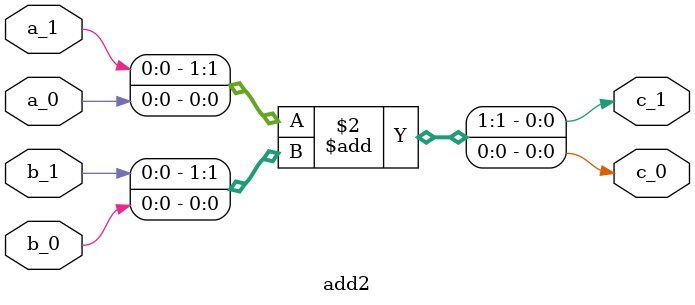
<source format=v>
module add2(
  input a_0,
  input a_1,
  input b_0,
  input b_1,
  output c_0,
  output c_1
);

	always @ (*) begin
		{c_1, c_0} = {a_1, a_0} + {b_1, b_0};
	end

endmodule

</source>
